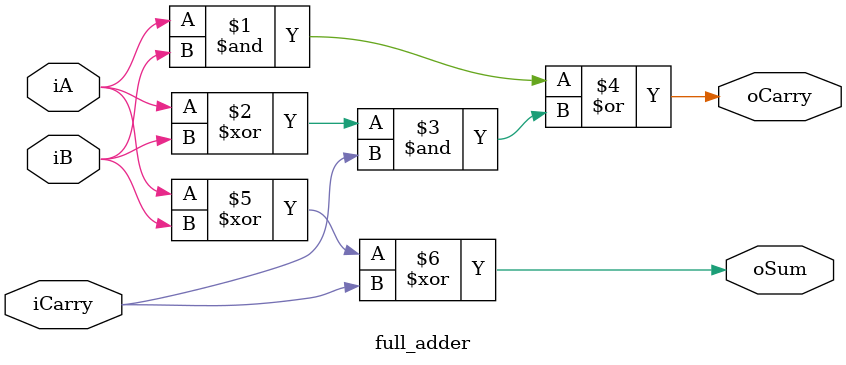
<source format=v>
`timescale 1ns / 1ps


module full_adder(
    input wire iA, iB, iCarry,
    output wire oSum, oCarry
    );
    
    assign oCarry = (iA & iB) | ((iA ^ iB) & iCarry);
    assign oSum = ((iA ^ iB) ^ iCarry); 
    
endmodule

</source>
